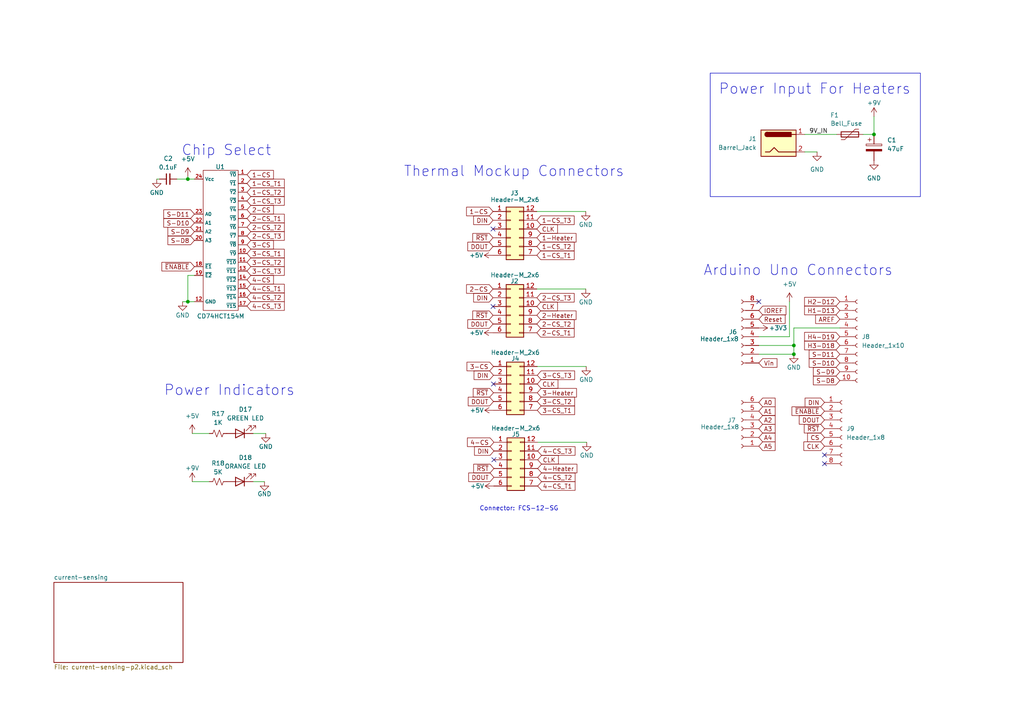
<source format=kicad_sch>
(kicad_sch (version 20230121) (generator eeschema)
  (paper "A4")
  (lib_symbols
    (symbol "Connector:Barrel_Jack" (pin_names (offset 1.016))
      (property "Reference" "J" (at 0 5.334 0))
      (property "Value" "Barrel_Jack" (at 0 -5.08 0))
      (symbol "Barrel_Jack_0_1"
        (rectangle (start -5.08 3.81) (end 5.08 -3.81) (stroke (width 0.254)) (fill (type background)))
        (arc (start -3.302 3.175) (mid -3.9343 2.54) (end -3.302 1.905) (stroke (width 0.254)))
        (arc (start -3.302 3.175) (mid -3.9343 2.54) (end -3.302 1.905) (stroke (width 0.254)) (fill (type outline)))
        (polyline (pts (xy 5.08 2.54) (xy 3.81 2.54)) (stroke (width 0.254)))
        (polyline (pts (xy -3.81 -2.54) (xy -2.54 -2.54) (xy -1.27 -1.27) (xy 0 -2.54) (xy 2.54 -2.54) (xy 5.08 -2.54)) (stroke (width 0.254)))
        (rectangle (start 3.683 3.175) (end -3.302 1.905) (stroke (width 0.254)) (fill (type outline)))
      )
      (symbol "Barrel_Jack_1_1"
        (pin passive line (at 7.62 2.54 180) (length 2.54) (name "~") (number "1"))
        (pin passive line (at 7.62 -2.54 180) (length 2.54) (name "~") (number "2"))
      )
    )
    (symbol "Connector:Conn_01x06_Socket" (pin_names (offset 1.016) hide)
      (property "Reference" "J" (at 0 7.62 0))
      (property "Value" "Conn_01x06_Socket" (at 0 -10.16 0))
      (symbol "Conn_01x06_Socket_1_1"
        (arc (start 0 -7.112) (mid -0.5058 -7.62) (end 0 -8.128) (stroke (width 0.1524)))
        (arc (start 0 -4.572) (mid -0.5058 -5.08) (end 0 -5.588) (stroke (width 0.1524)))
        (arc (start 0 -2.032) (mid -0.5058 -2.54) (end 0 -3.048) (stroke (width 0.1524)))
        (polyline (pts (xy -1.27 -7.62) (xy -0.508 -7.62)) (stroke (width 0.1524)))
        (polyline (pts (xy -1.27 -5.08) (xy -0.508 -5.08)) (stroke (width 0.1524)))
        (polyline (pts (xy -1.27 -2.54) (xy -0.508 -2.54)) (stroke (width 0.1524)))
        (polyline (pts (xy -1.27 0) (xy -0.508 0)) (stroke (width 0.1524)))
        (polyline (pts (xy -1.27 2.54) (xy -0.508 2.54)) (stroke (width 0.1524)))
        (polyline (pts (xy -1.27 5.08) (xy -0.508 5.08)) (stroke (width 0.1524)))
        (arc (start 0 0.508) (mid -0.5058 0) (end 0 -0.508) (stroke (width 0.1524)))
        (arc (start 0 3.048) (mid -0.5058 2.54) (end 0 2.032) (stroke (width 0.1524)))
        (arc (start 0 5.588) (mid -0.5058 5.08) (end 0 4.572) (stroke (width 0.1524)))
        (pin passive line (at -5.08 5.08 0) (length 3.81) (name "Pin_1") (number "1"))
        (pin passive line (at -5.08 2.54 0) (length 3.81) (name "Pin_2") (number "2"))
        (pin passive line (at -5.08 0 0) (length 3.81) (name "Pin_3") (number "3"))
        (pin passive line (at -5.08 -2.54 0) (length 3.81) (name "Pin_4") (number "4"))
        (pin passive line (at -5.08 -5.08 0) (length 3.81) (name "Pin_5") (number "5"))
        (pin passive line (at -5.08 -7.62 0) (length 3.81) (name "Pin_6") (number "6"))
      )
    )
    (symbol "Connector:Conn_01x08_Socket" (pin_names (offset 1.016) hide)
      (property "Reference" "J" (at 0 10.16 0))
      (property "Value" "Conn_01x08_Socket" (at 0 -12.7 0))
      (symbol "Conn_01x08_Socket_1_1"
        (arc (start 0 -9.652) (mid -0.5058 -10.16) (end 0 -10.668) (stroke (width 0.1524)))
        (arc (start 0 -7.112) (mid -0.5058 -7.62) (end 0 -8.128) (stroke (width 0.1524)))
        (arc (start 0 -4.572) (mid -0.5058 -5.08) (end 0 -5.588) (stroke (width 0.1524)))
        (arc (start 0 -2.032) (mid -0.5058 -2.54) (end 0 -3.048) (stroke (width 0.1524)))
        (polyline (pts (xy -1.27 -10.16) (xy -0.508 -10.16)) (stroke (width 0.1524)))
        (polyline (pts (xy -1.27 -7.62) (xy -0.508 -7.62)) (stroke (width 0.1524)))
        (polyline (pts (xy -1.27 -5.08) (xy -0.508 -5.08)) (stroke (width 0.1524)))
        (polyline (pts (xy -1.27 -2.54) (xy -0.508 -2.54)) (stroke (width 0.1524)))
        (polyline (pts (xy -1.27 0) (xy -0.508 0)) (stroke (width 0.1524)))
        (polyline (pts (xy -1.27 2.54) (xy -0.508 2.54)) (stroke (width 0.1524)))
        (polyline (pts (xy -1.27 5.08) (xy -0.508 5.08)) (stroke (width 0.1524)))
        (polyline (pts (xy -1.27 7.62) (xy -0.508 7.62)) (stroke (width 0.1524)))
        (arc (start 0 0.508) (mid -0.5058 0) (end 0 -0.508) (stroke (width 0.1524)))
        (arc (start 0 3.048) (mid -0.5058 2.54) (end 0 2.032) (stroke (width 0.1524)))
        (arc (start 0 5.588) (mid -0.5058 5.08) (end 0 4.572) (stroke (width 0.1524)))
        (arc (start 0 8.128) (mid -0.5058 7.62) (end 0 7.112) (stroke (width 0.1524)))
        (pin passive line (at -5.08 7.62 0) (length 3.81) (name "Pin_1") (number "1"))
        (pin passive line (at -5.08 5.08 0) (length 3.81) (name "Pin_2") (number "2"))
        (pin passive line (at -5.08 2.54 0) (length 3.81) (name "Pin_3") (number "3"))
        (pin passive line (at -5.08 0 0) (length 3.81) (name "Pin_4") (number "4"))
        (pin passive line (at -5.08 -2.54 0) (length 3.81) (name "Pin_5") (number "5"))
        (pin passive line (at -5.08 -5.08 0) (length 3.81) (name "Pin_6") (number "6"))
        (pin passive line (at -5.08 -7.62 0) (length 3.81) (name "Pin_7") (number "7"))
        (pin passive line (at -5.08 -10.16 0) (length 3.81) (name "Pin_8") (number "8"))
      )
    )
    (symbol "Connector:Conn_01x10_Socket" (pin_names (offset 1.016) hide)
      (property "Reference" "J" (at 0 12.7 0))
      (property "Value" "Conn_01x10_Socket" (at 0 -15.24 0))
      (symbol "Conn_01x10_Socket_1_1"
        (arc (start 0 -12.192) (mid -0.5058 -12.7) (end 0 -13.208) (stroke (width 0.1524)))
        (arc (start 0 -9.652) (mid -0.5058 -10.16) (end 0 -10.668) (stroke (width 0.1524)))
        (arc (start 0 -7.112) (mid -0.5058 -7.62) (end 0 -8.128) (stroke (width 0.1524)))
        (arc (start 0 -4.572) (mid -0.5058 -5.08) (end 0 -5.588) (stroke (width 0.1524)))
        (arc (start 0 -2.032) (mid -0.5058 -2.54) (end 0 -3.048) (stroke (width 0.1524)))
        (polyline (pts (xy -1.27 -12.7) (xy -0.508 -12.7)) (stroke (width 0.1524)))
        (polyline (pts (xy -1.27 -10.16) (xy -0.508 -10.16)) (stroke (width 0.1524)))
        (polyline (pts (xy -1.27 -7.62) (xy -0.508 -7.62)) (stroke (width 0.1524)))
        (polyline (pts (xy -1.27 -5.08) (xy -0.508 -5.08)) (stroke (width 0.1524)))
        (polyline (pts (xy -1.27 -2.54) (xy -0.508 -2.54)) (stroke (width 0.1524)))
        (polyline (pts (xy -1.27 0) (xy -0.508 0)) (stroke (width 0.1524)))
        (polyline (pts (xy -1.27 2.54) (xy -0.508 2.54)) (stroke (width 0.1524)))
        (polyline (pts (xy -1.27 5.08) (xy -0.508 5.08)) (stroke (width 0.1524)))
        (polyline (pts (xy -1.27 7.62) (xy -0.508 7.62)) (stroke (width 0.1524)))
        (polyline (pts (xy -1.27 10.16) (xy -0.508 10.16)) (stroke (width 0.1524)))
        (arc (start 0 0.508) (mid -0.5058 0) (end 0 -0.508) (stroke (width 0.1524)))
        (arc (start 0 3.048) (mid -0.5058 2.54) (end 0 2.032) (stroke (width 0.1524)))
        (arc (start 0 5.588) (mid -0.5058 5.08) (end 0 4.572) (stroke (width 0.1524)))
        (arc (start 0 8.128) (mid -0.5058 7.62) (end 0 7.112) (stroke (width 0.1524)))
        (arc (start 0 10.668) (mid -0.5058 10.16) (end 0 9.652) (stroke (width 0.1524)))
        (pin passive line (at -5.08 10.16 0) (length 3.81) (name "Pin_1") (number "1"))
        (pin passive line (at -5.08 -12.7 0) (length 3.81) (name "Pin_10") (number "10"))
        (pin passive line (at -5.08 7.62 0) (length 3.81) (name "Pin_2") (number "2"))
        (pin passive line (at -5.08 5.08 0) (length 3.81) (name "Pin_3") (number "3"))
        (pin passive line (at -5.08 2.54 0) (length 3.81) (name "Pin_4") (number "4"))
        (pin passive line (at -5.08 0 0) (length 3.81) (name "Pin_5") (number "5"))
        (pin passive line (at -5.08 -2.54 0) (length 3.81) (name "Pin_6") (number "6"))
        (pin passive line (at -5.08 -5.08 0) (length 3.81) (name "Pin_7") (number "7"))
        (pin passive line (at -5.08 -7.62 0) (length 3.81) (name "Pin_8") (number "8"))
        (pin passive line (at -5.08 -10.16 0) (length 3.81) (name "Pin_9") (number "9"))
      )
    )
    (symbol "Connector_Generic:Conn_02x06_Counter_Clockwise" (pin_names (offset 1.016) hide)
      (property "Reference" "J" (at 1.27 7.62 0))
      (property "Value" "Conn_02x06_Counter_Clockwise" (at 1.27 -10.16 0))
      (symbol "Conn_02x06_Counter_Clockwise_1_1"
        (rectangle (start -1.27 -7.493) (end 0 -7.747) (stroke (width 0.1524)))
        (rectangle (start -1.27 -4.953) (end 0 -5.207) (stroke (width 0.1524)))
        (rectangle (start -1.27 -2.413) (end 0 -2.667) (stroke (width 0.1524)))
        (rectangle (start -1.27 0.127) (end 0 -0.127) (stroke (width 0.1524)))
        (rectangle (start -1.27 2.667) (end 0 2.413) (stroke (width 0.1524)))
        (rectangle (start -1.27 5.207) (end 0 4.953) (stroke (width 0.1524)))
        (rectangle (start -1.27 6.35) (end 3.81 -8.89) (stroke (width 0.254)) (fill (type background)))
        (rectangle (start 3.81 -7.493) (end 2.54 -7.747) (stroke (width 0.1524)))
        (rectangle (start 3.81 -4.953) (end 2.54 -5.207) (stroke (width 0.1524)))
        (rectangle (start 3.81 -2.413) (end 2.54 -2.667) (stroke (width 0.1524)))
        (rectangle (start 3.81 0.127) (end 2.54 -0.127) (stroke (width 0.1524)))
        (rectangle (start 3.81 2.667) (end 2.54 2.413) (stroke (width 0.1524)))
        (rectangle (start 3.81 5.207) (end 2.54 4.953) (stroke (width 0.1524)))
        (pin passive line (at -5.08 5.08 0) (length 3.81) (name "Pin_1") (number "1"))
        (pin passive line (at 7.62 0 180) (length 3.81) (name "Pin_10") (number "10"))
        (pin passive line (at 7.62 2.54 180) (length 3.81) (name "Pin_11") (number "11"))
        (pin passive line (at 7.62 5.08 180) (length 3.81) (name "Pin_12") (number "12"))
        (pin passive line (at -5.08 2.54 0) (length 3.81) (name "Pin_2") (number "2"))
        (pin passive line (at -5.08 0 0) (length 3.81) (name "Pin_3") (number "3"))
        (pin passive line (at -5.08 -2.54 0) (length 3.81) (name "Pin_4") (number "4"))
        (pin passive line (at -5.08 -5.08 0) (length 3.81) (name "Pin_5") (number "5"))
        (pin passive line (at -5.08 -7.62 0) (length 3.81) (name "Pin_6") (number "6"))
        (pin passive line (at 7.62 -7.62 180) (length 3.81) (name "Pin_7") (number "7"))
        (pin passive line (at 7.62 -5.08 180) (length 3.81) (name "Pin_8") (number "8"))
        (pin passive line (at 7.62 -2.54 180) (length 3.81) (name "Pin_9") (number "9"))
      )
    )
    (symbol "Device:CD74HCT154M"
      (property "Reference" "U" (at 0 21.59 0))
      (symbol "CD74HCT154M_0_1"
        (rectangle (start -5.08 20.32) (end 5.08 -20.32))
      )
      (symbol "CD74HCT154M_1_1"
        (pin input line (at 7.62 19.05 180) (length 2.54) (name "~{Y0}") (number "1"))
        (pin input line (at 7.62 -3.81 180) (length 2.54) (name "~{Y9}") (number "10"))
        (pin input line (at 7.62 -6.35 180) (length 2.54) (name "~{Y10}") (number "11"))
        (pin input line (at -7.62 -17.78 0) (length 2.54) (name "GND") (number "12"))
        (pin input line (at 7.62 -8.89 180) (length 2.54) (name "~{Y11}") (number "13"))
        (pin input line (at 7.62 -11.43 180) (length 2.54) (name "~{Y12}") (number "14"))
        (pin input line (at 7.62 -13.97 180) (length 2.54) (name "~{Y13}") (number "15"))
        (pin input line (at 7.62 -16.51 180) (length 2.54) (name "~{Y14}") (number "16"))
        (pin input line (at 7.62 -19.05 180) (length 2.54) (name "~{Y15}") (number "17"))
        (pin input line (at -7.62 -7.62 0) (length 2.54) (name "~{E1}") (number "18"))
        (pin input line (at -7.62 -10.16 0) (length 2.54) (name "~{E2}") (number "19"))
        (pin input line (at 7.62 16.51 180) (length 2.54) (name "~{Y1}") (number "2"))
        (pin input line (at -7.62 0 0) (length 2.54) (name "A3") (number "20"))
        (pin input line (at -7.62 2.54 0) (length 2.54) (name "A2") (number "21"))
        (pin input line (at -7.62 5.08 0) (length 2.54) (name "A1") (number "22"))
        (pin input line (at -7.62 7.62 0) (length 2.54) (name "A0") (number "23"))
        (pin input line (at -7.62 17.78 0) (length 2.54) (name "Vcc") (number "24"))
        (pin input line (at 7.62 13.97 180) (length 2.54) (name "~{Y2}") (number "3"))
        (pin input line (at 7.62 11.43 180) (length 2.54) (name "~{Y3}") (number "4"))
        (pin input line (at 7.62 8.89 180) (length 2.54) (name "~{Y4}") (number "5"))
        (pin input line (at 7.62 6.35 180) (length 2.54) (name "~{Y5}") (number "6"))
        (pin input line (at 7.62 3.81 180) (length 2.54) (name "~{Y6}") (number "7"))
        (pin input line (at 7.62 1.27 180) (length 2.54) (name "~{Y7}") (number "8"))
        (pin input line (at 7.62 -1.27 180) (length 2.54) (name "~{Y8}") (number "9"))
      )
    )
    (symbol "Device:C_Polarized" (pin_numbers hide) (pin_names (offset 0.254))
      (property "Reference" "C" (at 0.635 2.54 0))
      (property "Value" "C_Polarized" (at 0.635 -2.54 0))
      (symbol "C_Polarized_0_1"
        (rectangle (start -2.286 0.508) (end 2.286 1.016))
        (polyline (pts (xy -1.778 2.286) (xy -0.762 2.286)))
        (polyline (pts (xy -1.27 2.794) (xy -1.27 1.778)))
        (rectangle (start 2.286 -0.508) (end -2.286 -1.016) (fill (type outline)))
      )
      (symbol "C_Polarized_1_1"
        (pin passive line (at 0 3.81 270) (length 2.794) (name "~") (number "1"))
        (pin passive line (at 0 -3.81 90) (length 2.794) (name "~") (number "2"))
      )
    )
    (symbol "Device:C_Small" (pin_numbers hide) (pin_names (offset 0.254) hide)
      (property "Reference" "C" (at 0.254 1.778 0))
      (property "Value" "C_Small" (at 0.254 -2.032 0))
      (symbol "C_Small_0_1"
        (polyline (pts (xy -1.524 -0.508) (xy 1.524 -0.508)) (stroke (width 0.3302)))
        (polyline (pts (xy -1.524 0.508) (xy 1.524 0.508)) (stroke (width 0.3048)))
      )
      (symbol "C_Small_1_1"
        (pin passive line (at 0 2.54 270) (length 2.032) (name "~") (number "1"))
        (pin passive line (at 0 -2.54 90) (length 2.032) (name "~") (number "2"))
      )
    )
    (symbol "Device:LED" (pin_numbers hide) (pin_names (offset 1.016) hide)
      (property "Reference" "D" (at 0 2.54 0))
      (property "Value" "LED" (at 0 -2.54 0))
      (symbol "LED_0_1"
        (polyline (pts (xy -1.27 -1.27) (xy -1.27 1.27)) (stroke (width 0.254)))
        (polyline (pts (xy -1.27 0) (xy 1.27 0)))
        (polyline (pts (xy 1.27 -1.27) (xy 1.27 1.27) (xy -1.27 0) (xy 1.27 -1.27)) (stroke (width 0.254)))
        (polyline (pts (xy -3.048 -0.762) (xy -4.572 -2.286) (xy -3.81 -2.286) (xy -4.572 -2.286) (xy -4.572 -1.524)))
        (polyline (pts (xy -1.778 -0.762) (xy -3.302 -2.286) (xy -2.54 -2.286) (xy -3.302 -2.286) (xy -3.302 -1.524)))
      )
      (symbol "LED_1_1"
        (pin passive line (at -3.81 0 0) (length 2.54) (name "K") (number "1"))
        (pin passive line (at 3.81 0 180) (length 2.54) (name "A") (number "2"))
      )
    )
    (symbol "Device:Polyfuse" (pin_numbers hide) (pin_names (offset 0))
      (property "Reference" "F" (at -2.54 0 90))
      (property "Value" "Polyfuse" (at 2.54 0 90))
      (symbol "Polyfuse_0_1"
        (rectangle (start -0.762 2.54) (end 0.762 -2.54) (stroke (width 0.254)))
        (polyline (pts (xy 0 2.54) (xy 0 -2.54)))
        (polyline (pts (xy -1.524 2.54) (xy -1.524 1.524) (xy 1.524 -1.524) (xy 1.524 -2.54)))
      )
      (symbol "Polyfuse_1_1"
        (pin passive line (at 0 3.81 270) (length 1.27) (name "~") (number "1"))
        (pin passive line (at 0 -3.81 90) (length 1.27) (name "~") (number "2"))
      )
    )
    (symbol "Device:R_Small_US" (pin_numbers hide) (pin_names (offset 0.254) hide)
      (property "Reference" "R" (at 0.762 0.508 0))
      (property "Value" "R_Small_US" (at 0.762 -1.016 0))
      (symbol "R_Small_US_1_1"
        (polyline (pts (xy 0 0) (xy 1.016 -0.381) (xy 0 -0.762) (xy -1.016 -1.143) (xy 0 -1.524)))
        (polyline (pts (xy 0 1.524) (xy 1.016 1.143) (xy 0 0.762) (xy -1.016 0.381) (xy 0 0)))
        (pin passive line (at 0 2.54 270) (length 1.016) (name "~") (number "1"))
        (pin passive line (at 0 -2.54 90) (length 1.016) (name "~") (number "2"))
      )
    )
    (symbol "power:+3V3" (power) (pin_names (offset 0))
      (property "Value" "+3V3" (at 0 3.556 0))
      (symbol "+3V3_0_1"
        (polyline (pts (xy -0.762 1.27) (xy 0 2.54)))
        (polyline (pts (xy 0 0) (xy 0 2.54)))
        (polyline (pts (xy 0 2.54) (xy 0.762 1.27)))
      )
      (symbol "+3V3_1_1"
        (pin power_in line (at 0 0 90) (length 0) hide (name "+3V3") (number "1"))
      )
    )
    (symbol "power:+5V" (power) (pin_names (offset 0))
      (property "Value" "+5V" (at 0 3.556 0))
      (symbol "+5V_0_1"
        (polyline (pts (xy -0.762 1.27) (xy 0 2.54)))
        (polyline (pts (xy 0 0) (xy 0 2.54)))
        (polyline (pts (xy 0 2.54) (xy 0.762 1.27)))
      )
      (symbol "+5V_1_1"
        (pin power_in line (at 0 0 90) (length 0) hide (name "+5V") (number "1"))
      )
    )
    (symbol "power:+9V" (power) (pin_names (offset 0))
      (property "Value" "+9V" (at 0 3.556 0))
      (symbol "+9V_0_1"
        (polyline (pts (xy -0.762 1.27) (xy 0 2.54)))
        (polyline (pts (xy 0 0) (xy 0 2.54)))
        (polyline (pts (xy 0 2.54) (xy 0.762 1.27)))
      )
      (symbol "+9V_1_1"
        (pin power_in line (at 0 0 90) (length 0) hide (name "+9V") (number "1"))
      )
    )
    (symbol "power:GND" (power) (pin_names (offset 0))
      (property "Value" "GND" (at 0 -3.81 0))
      (symbol "GND_0_1"
        (polyline (pts (xy 0 0) (xy 0 -1.27) (xy 1.27 -1.27) (xy 0 -2.54) (xy -1.27 -1.27) (xy 0 -1.27)))
      )
      (symbol "GND_1_1"
        (pin power_in line (at 0 0 270) (length 0) hide (name "GND") (number "1"))
      )
    )
  )
  (junction (at 253.492 38.989))
  (junction (at 230.251 100.203))
  (junction (at 54.483 87.503))
  (junction (at 230.251 102.743))
  (junction (at 54.483 51.943))
  (no_connect (at 220.091 87.503))
  (no_connect (at 143.002 66.421))
  (no_connect (at 143.129 111.379))
  (no_connect (at 239.141 134.493))
  (no_connect (at 143.256 133.35))
  (no_connect (at 143.002 88.9))
  (no_connect (at 239.141 131.953))
  (wire (pts (xy 46.228 51.943) (xy 45.466 51.943)))
  (wire (pts (xy 76.708 139.7) (xy 73.406 139.7)))
  (wire (pts (xy 54.483 79.883) (xy 56.388 79.883)))
  (wire (pts (xy 169.9006 83.82) (xy 155.702 83.82)))
  (wire (pts (xy 233.426 44.069) (xy 236.982 44.069)))
  (wire (pts (xy 220.091 97.663) (xy 228.981 97.663)))
  (wire (pts (xy 55.753 125.73) (xy 60.706 125.73)))
  (wire (pts (xy 228.981 87.503) (xy 228.981 97.663)))
  (wire (pts (xy 77.089 125.73) (xy 73.406 125.73)))
  (wire (pts (xy 220.091 100.203) (xy 230.251 100.203)))
  (wire (pts (xy 169.9006 61.341) (xy 155.702 61.341)))
  (wire (pts (xy 54.483 51.943) (xy 56.388 51.943)))
  (wire (pts (xy 52.959 87.503) (xy 54.483 87.503)))
  (wire (pts (xy 220.091 102.743) (xy 230.251 102.743)))
  (wire (pts (xy 233.426 38.989) (xy 242.697 38.989)))
  (wire (pts (xy 54.483 79.883) (xy 54.483 87.503)))
  (wire (pts (xy 170.0276 106.299) (xy 155.829 106.299)))
  (wire (pts (xy 230.251 102.743) (xy 230.251 100.203)))
  (wire (pts (xy 155.956 128.27) (xy 170.18 128.27)))
  (wire (pts (xy 51.308 51.943) (xy 54.483 51.943)))
  (wire (pts (xy 54.483 87.503) (xy 56.388 87.503)))
  (wire (pts (xy 54.483 51.181) (xy 54.483 51.943)))
  (wire (pts (xy 250.317 38.989) (xy 253.492 38.989)))
  (wire (pts (xy 230.251 100.203) (xy 230.251 95.123)))
  (wire (pts (xy 230.251 95.123) (xy 243.586 95.123)))
  (wire (pts (xy 253.492 33.782) (xy 253.492 38.989)))
  (wire (pts (xy 55.753 139.7) (xy 60.706 139.7)))
  (rectangle (start 205.994 21.209) (end 266.954 57.023))
  (text "Power Input For Heaters" (at 208.407 27.686 0) (effects (font (size 3 3)) (justify left bottom)))
  (text "Power Indicators" (at 47.498 115.062 0) (effects (font (size 3 3)) (justify left bottom)))
  (text "Thermal Mockup Connectors" (at 181.102 51.562 0) (effects (font (size 3 3)) (justify right bottom)))
  (text "Chip Select" (at 52.578 45.466 0) (effects (font (size 3 3)) (justify left bottom)))
  (text "Arduino Uno Connectors" (at 203.962 80.264 0) (effects (font (size 3 3)) (justify left bottom)))
  (text "Connector: FCS-12-SG" (at 139.065 148.336 0) (effects (font (size 1.27 1.27)) (justify left bottom)))
  (label "9V_IN" (at 234.696 38.989 0))
  (global_label "DIN" (shape input) (at 143.002 86.36 180) (property "Intersheetrefs" "${INTERSHEET_REFS}" (effects hide)))
  (global_label "A0" (shape input) (at 220.091 116.713 0) (property "Intersheetrefs" "${INTERSHEET_REFS}" (effects hide)))
  (global_label "S-D9" (shape input) (at 243.586 107.823 180) (property "Intersheetrefs" "${INTERSHEET_REFS}" (effects hide)))
  (global_label "H3-D18" (shape input) (at 243.586 100.203 180) (property "Intersheetrefs" "${INTERSHEET_REFS}" (effects hide)))
  (global_label "CLK" (shape input) (at 155.702 88.9 0) (property "Intersheetrefs" "${INTERSHEET_REFS}" (effects hide)))
  (global_label "2-CS_T2" (shape input) (at 155.702 93.98 0) (property "Intersheetrefs" "${INTERSHEET_REFS}" (effects hide)))
  (global_label "CLK" (shape input) (at 155.702 66.421 0) (property "Intersheetrefs" "${INTERSHEET_REFS}" (effects hide)))
  (global_label "3-CS_T2" (shape input) (at 155.829 116.459 0) (property "Intersheetrefs" "${INTERSHEET_REFS}" (effects hide)))
  (global_label "DOUT" (shape input) (at 143.256 138.43 180) (property "Intersheetrefs" "${INTERSHEET_REFS}" (effects hide)))
  (global_label "4-CS" (shape input) (at 71.628 81.153 0) (property "Intersheetrefs" "${INTERSHEET_REFS}" (effects hide)))
  (global_label "1-CS_T1" (shape input) (at 155.702 74.041 0) (property "Intersheetrefs" "${INTERSHEET_REFS}" (effects hide)))
  (global_label "DOUT" (shape input) (at 143.129 116.459 180) (property "Intersheetrefs" "${INTERSHEET_REFS}" (effects hide)))
  (global_label "Reset" (shape input) (at 220.091 92.583 0) (property "Intersheetrefs" "${INTERSHEET_REFS}" (effects hide)))
  (global_label "A2" (shape input) (at 220.091 121.793 0) (property "Intersheetrefs" "${INTERSHEET_REFS}" (effects hide)))
  (global_label "CLK" (shape input) (at 155.829 111.379 0) (property "Intersheetrefs" "${INTERSHEET_REFS}" (effects hide)))
  (global_label "3-CS_T2" (shape input) (at 71.628 76.073 0) (property "Intersheetrefs" "${INTERSHEET_REFS}" (effects hide)))
  (global_label "A1" (shape input) (at 220.091 119.253 0) (property "Intersheetrefs" "${INTERSHEET_REFS}" (effects hide)))
  (global_label "DOUT" (shape input) (at 143.002 71.501 180) (property "Intersheetrefs" "${INTERSHEET_REFS}" (effects hide)))
  (global_label "~{ENABLE}" (shape input) (at 239.141 119.253 180) (property "Intersheetrefs" "${INTERSHEET_REFS}" (effects hide)))
  (global_label "S-D9" (shape input) (at 56.388 67.183 180) (property "Intersheetrefs" "${INTERSHEET_REFS}" (effects hide)))
  (global_label "S-D8" (shape input) (at 243.586 110.363 180) (property "Intersheetrefs" "${INTERSHEET_REFS}" (effects hide)))
  (global_label "DIN" (shape input) (at 143.256 130.81 180) (property "Intersheetrefs" "${INTERSHEET_REFS}" (effects hide)))
  (global_label "3-CS" (shape input) (at 143.129 106.299 180) (property "Intersheetrefs" "${INTERSHEET_REFS}" (effects hide)))
  (global_label "2-Heater" (shape input) (at 155.702 91.44 0) (property "Intersheetrefs" "${INTERSHEET_REFS}" (effects hide)))
  (global_label "1-CS_T3" (shape input) (at 71.628 58.293 0) (property "Intersheetrefs" "${INTERSHEET_REFS}" (effects hide)))
  (global_label "1-CS" (shape input) (at 71.628 50.673 0) (property "Intersheetrefs" "${INTERSHEET_REFS}" (effects hide)))
  (global_label "A4" (shape input) (at 220.091 126.873 0) (property "Intersheetrefs" "${INTERSHEET_REFS}" (effects hide)))
  (global_label "1-Heater" (shape input) (at 155.702 68.961 0) (property "Intersheetrefs" "${INTERSHEET_REFS}" (effects hide)))
  (global_label "1-CS_T1" (shape input) (at 71.628 53.213 0) (property "Intersheetrefs" "${INTERSHEET_REFS}" (effects hide)))
  (global_label "4-CS_T2" (shape input) (at 71.628 86.233 0) (property "Intersheetrefs" "${INTERSHEET_REFS}" (effects hide)))
  (global_label "4-Heater" (shape input) (at 155.956 135.89 0) (property "Intersheetrefs" "${INTERSHEET_REFS}" (effects hide)))
  (global_label "~{RST}" (shape input) (at 143.002 68.961 180) (property "Intersheetrefs" "${INTERSHEET_REFS}" (effects hide)))
  (global_label "4-CS_T1" (shape input) (at 71.628 83.693 0) (property "Intersheetrefs" "${INTERSHEET_REFS}" (effects hide)))
  (global_label "A3" (shape input) (at 220.091 124.333 0) (property "Intersheetrefs" "${INTERSHEET_REFS}" (effects hide)))
  (global_label "DIN" (shape input) (at 143.129 108.839 180) (property "Intersheetrefs" "${INTERSHEET_REFS}" (effects hide)))
  (global_label "H2-D12" (shape input) (at 243.586 87.503 180) (property "Intersheetrefs" "${INTERSHEET_REFS}" (effects hide)))
  (global_label "S-D8" (shape input) (at 56.388 69.723 180) (property "Intersheetrefs" "${INTERSHEET_REFS}" (effects hide)))
  (global_label "S-D10" (shape input) (at 243.586 105.283 180) (property "Intersheetrefs" "${INTERSHEET_REFS}" (effects hide)))
  (global_label "2-CS_T3" (shape input) (at 71.628 68.453 0) (property "Intersheetrefs" "${INTERSHEET_REFS}" (effects hide)))
  (global_label "~{RST}" (shape input) (at 143.129 113.919 180) (property "Intersheetrefs" "${INTERSHEET_REFS}" (effects hide)))
  (global_label "2-CS_T3" (shape input) (at 155.702 86.36 0) (property "Intersheetrefs" "${INTERSHEET_REFS}" (effects hide)))
  (global_label "A5" (shape input) (at 220.091 129.413 0) (property "Intersheetrefs" "${INTERSHEET_REFS}" (effects hide)))
  (global_label "S-D11" (shape input) (at 56.388 62.103 180) (property "Intersheetrefs" "${INTERSHEET_REFS}" (effects hide)))
  (global_label "2-CS_T1" (shape input) (at 71.628 63.373 0) (property "Intersheetrefs" "${INTERSHEET_REFS}" (effects hide)))
  (global_label "~{RST}" (shape input) (at 239.141 124.333 180) (property "Intersheetrefs" "${INTERSHEET_REFS}" (effects hide)))
  (global_label "DOUT" (shape input) (at 239.141 121.793 180) (property "Intersheetrefs" "${INTERSHEET_REFS}" (effects hide)))
  (global_label "3-CS_T1" (shape input) (at 155.829 118.999 0) (property "Intersheetrefs" "${INTERSHEET_REFS}" (effects hide)))
  (global_label "CS" (shape input) (at 239.141 126.873 180) (property "Intersheetrefs" "${INTERSHEET_REFS}" (effects hide)))
  (global_label "3-CS_T1" (shape input) (at 71.628 73.533 0) (property "Intersheetrefs" "${INTERSHEET_REFS}" (effects hide)))
  (global_label "1-CS_T3" (shape input) (at 155.702 63.881 0) (property "Intersheetrefs" "${INTERSHEET_REFS}" (effects hide)))
  (global_label "Vin" (shape input) (at 220.091 105.283 0) (property "Intersheetrefs" "${INTERSHEET_REFS}" (effects hide)))
  (global_label "H1-D13" (shape input) (at 243.586 90.043 180) (property "Intersheetrefs" "${INTERSHEET_REFS}" (effects hide)))
  (global_label "CLK" (shape input) (at 239.141 129.413 180) (property "Intersheetrefs" "${INTERSHEET_REFS}" (effects hide)))
  (global_label "3-CS_T3" (shape input) (at 71.628 78.613 0) (property "Intersheetrefs" "${INTERSHEET_REFS}" (effects hide)))
  (global_label "DIN" (shape input) (at 143.002 63.881 180) (property "Intersheetrefs" "${INTERSHEET_REFS}" (effects hide)))
  (global_label "H4-D19" (shape input) (at 243.586 97.663 180) (property "Intersheetrefs" "${INTERSHEET_REFS}" (effects hide)))
  (global_label "4-CS" (shape input) (at 143.256 128.27 180) (property "Intersheetrefs" "${INTERSHEET_REFS}" (effects hide)))
  (global_label "4-CS_T3" (shape input) (at 155.956 130.81 0) (property "Intersheetrefs" "${INTERSHEET_REFS}" (effects hide)))
  (global_label "4-CS_T2" (shape input) (at 155.956 138.43 0) (property "Intersheetrefs" "${INTERSHEET_REFS}" (effects hide)))
  (global_label "3-CS_T3" (shape input) (at 155.829 108.839 0) (property "Intersheetrefs" "${INTERSHEET_REFS}" (effects hide)))
  (global_label "1-CS_T2" (shape input) (at 155.702 71.501 0) (property "Intersheetrefs" "${INTERSHEET_REFS}" (effects hide)))
  (global_label "S-D11" (shape input) (at 243.586 102.743 180) (property "Intersheetrefs" "${INTERSHEET_REFS}" (effects hide)))
  (global_label "2-CS_T1" (shape input) (at 155.702 96.52 0) (property "Intersheetrefs" "${INTERSHEET_REFS}" (effects hide)))
  (global_label "4-CS_T1" (shape input) (at 155.956 140.97 0) (property "Intersheetrefs" "${INTERSHEET_REFS}" (effects hide)))
  (global_label "CLK" (shape input) (at 155.956 133.35 0) (property "Intersheetrefs" "${INTERSHEET_REFS}" (effects hide)))
  (global_label "2-CS" (shape input) (at 71.628 60.833 0) (property "Intersheetrefs" "${INTERSHEET_REFS}" (effects hide)))
  (global_label "~{RST}" (shape input) (at 143.256 135.89 180) (property "Intersheetrefs" "${INTERSHEET_REFS}" (effects hide)))
  (global_label "S-D10" (shape input) (at 56.388 64.643 180) (property "Intersheetrefs" "${INTERSHEET_REFS}" (effects hide)))
  (global_label "DIN" (shape input) (at 239.141 116.713 180) (property "Intersheetrefs" "${INTERSHEET_REFS}" (effects hide)))
  (global_label "1-CS" (shape input) (at 143.002 61.341 180) (property "Intersheetrefs" "${INTERSHEET_REFS}" (effects hide)))
  (global_label "~{ENABLE}" (shape input) (at 56.388 77.343 180) (property "Intersheetrefs" "${INTERSHEET_REFS}" (effects hide)))
  (global_label "2-CS" (shape input) (at 143.002 83.82 180) (property "Intersheetrefs" "${INTERSHEET_REFS}" (effects hide)))
  (global_label "AREF" (shape input) (at 243.586 92.583 180) (property "Intersheetrefs" "${INTERSHEET_REFS}" (effects hide)))
  (global_label "1-CS_T2" (shape input) (at 71.628 55.753 0) (property "Intersheetrefs" "${INTERSHEET_REFS}" (effects hide)))
  (global_label "2-CS_T2" (shape input) (at 71.628 65.913 0) (property "Intersheetrefs" "${INTERSHEET_REFS}" (effects hide)))
  (global_label "DOUT" (shape input) (at 143.002 93.98 180) (property "Intersheetrefs" "${INTERSHEET_REFS}" (effects hide)))
  (global_label "4-CS_T3" (shape input) (at 71.628 88.773 0) (property "Intersheetrefs" "${INTERSHEET_REFS}" (effects hide)))
  (global_label "IOREF" (shape input) (at 220.091 90.043 0) (property "Intersheetrefs" "${INTERSHEET_REFS}" (effects hide)))
  (global_label "3-Heater" (shape input) (at 155.829 113.919 0) (property "Intersheetrefs" "${INTERSHEET_REFS}" (effects hide)))
  (global_label "3-CS" (shape input) (at 71.628 70.993 0) (property "Intersheetrefs" "${INTERSHEET_REFS}" (effects hide)))
  (global_label "~{RST}" (shape input) (at 143.002 91.44 180) (property "Intersheetrefs" "${INTERSHEET_REFS}" (effects hide)))
  (symbol (lib_id "Connector:Conn_01x10_Socket") (at 248.666 97.663 0) (unit 1)
    (property "Reference" "J8" (at 249.936 97.663 0) (effects (justify left)))
    (property "Value" "Header_1x10" (at 249.936 100.203 0) (effects (justify left)))
    (property "Footprint" "Connector_PinHeader_2.54mm:PinHeader_1x10_P2.54mm_Vertical" (effects hide))
    (property "Datasheet" "https://suddendocs.samtec.com/prints/esq-1xx-xx-x-x-xxx-xx-x-xx-mkt.pdf" (effects hide))
    (property "PartNum" "ESQ-110-14-T-S" (effects hide))
  )
  (symbol (lib_id "power:GND") (at 76.708 139.7 0) (unit 1)
    (property "Reference" "#PWR065" (effects hide))
    (property "Value" "GND" (at 76.708 143.256 0))
  )
  (symbol (lib_id "Device:R_Small_US") (at 63.246 139.7 90) (unit 1)
    (property "Reference" "R18" (at 63.246 134.366 90))
    (property "Value" "5K" (at 63.246 136.906 90))
    (property "Footprint" "Resistor_SMD:R_0805_2012Metric" (effects hide))
  )
  (symbol (lib_id "Connector_Generic:Conn_02x06_Counter_Clockwise") (at 148.209 111.379 0) (unit 1)
    (property "Reference" "J4" (at 149.479 104.013 0))
    (property "Value" "Header-M_2x6" (at 149.479 102.235 0))
    (property "Footprint" "Connector_PinHeader_2.54mm:PinHeader_2x06_P2.54mm_Vertical_SMD" (effects hide))
    (property "PartNum" "5-146130-5" (effects hide))
  )
  (symbol (lib_id "Connector:Barrel_Jack") (at 225.806 41.529 0) (unit 1)
    (property "Reference" "J1" (at 219.456 40.259 0) (effects (justify right)))
    (property "Value" "Barrel_Jack" (at 219.456 42.799 0) (effects (justify right)))
    (property "Footprint" "Connector_BarrelJack:BarrelJack_CUI_PJ-063AH_Horizontal" (effects hide))
    (property "Datasheet" "https://www.cuidevices.com/product/resource/pj-063ah.pdf" (effects hide))
    (property "PartNum" "PJ-063AH" (effects hide))
  )
  (symbol (lib_id "power:+9V") (at 253.492 33.782 0) (unit 1)
    (property "Reference" "#PWR02" (effects hide))
    (property "Value" "+9V" (at 253.492 29.845 0))
  )
  (symbol (lib_id "Connector_Generic:Conn_02x06_Counter_Clockwise") (at 148.336 133.35 0) (unit 1)
    (property "Reference" "J5" (at 149.606 125.984 0))
    (property "Value" "Header-M_2x6" (at 149.606 124.206 0))
    (property "Footprint" "Connector_PinHeader_2.54mm:PinHeader_2x06_P2.54mm_Vertical_SMD" (effects hide))
    (property "PartNum" "5-146130-5" (effects hide))
  )
  (symbol (lib_id "Device:LED") (at 69.596 139.7 180) (unit 1)
    (property "Reference" "D18" (at 71.1835 132.715 0))
    (property "Value" "ORANGE LED" (at 71.1835 135.255 0))
    (property "Footprint" "LED_SMD:LED_0603_1608Metric" (effects hide))
  )
  (symbol (lib_id "power:GND") (at 230.251 102.743 0) (unit 1)
    (property "Reference" "#PWR042" (effects hide))
    (property "Value" "GND" (at 230.251 106.553 0))
  )
  (symbol (lib_id "power:+5V") (at 143.256 140.97 90) (unit 1)
    (property "Reference" "#PWR045" (effects hide))
    (property "Value" "+5V" (at 140.462 140.97 90) (effects (justify left)))
  )
  (symbol (lib_id "power:GND") (at 253.492 46.609 0) (unit 1)
    (property "Reference" "#PWR03" (effects hide))
    (property "Value" "GND" (at 253.492 51.689 0))
  )
  (symbol (lib_id "Device:R_Small_US") (at 63.246 125.73 90) (unit 1)
    (property "Reference" "R17" (at 63.246 120.015 90))
    (property "Value" "1K" (at 63.246 122.555 90))
    (property "Footprint" "Resistor_SMD:R_0805_2012Metric" (effects hide))
  )
  (symbol (lib_id "power:GND") (at 236.982 44.069 0) (unit 1)
    (property "Reference" "#PWR01" (effects hide))
    (property "Value" "GND" (at 236.982 49.149 0))
  )
  (symbol (lib_id "power:+5V") (at 55.753 125.73 0) (unit 1)
    (property "Reference" "#PWR046" (effects hide))
    (property "Value" "+5V" (at 55.753 120.65 0))
  )
  (symbol (lib_id "power:+3V3") (at 220.091 95.123 270) (unit 1)
    (property "Reference" "#PWR039" (effects hide))
    (property "Value" "+3V3" (at 223.012 95.123 90) (effects (justify left)))
  )
  (symbol (lib_id "Connector_Generic:Conn_02x06_Counter_Clockwise") (at 148.082 66.421 0) (unit 1)
    (property "Reference" "J3" (at 149.225 56.007 0))
    (property "Value" "Header-M_2x6" (at 149.352 57.912 0))
    (property "Footprint" "Connector_PinHeader_2.54mm:PinHeader_2x06_P2.54mm_Vertical_SMD" (effects hide))
    (property "Datasheet" "https://www.digikey.com/en/products/detail/adam-tech/PH2-12-UA/9830397" (effects hide))
    (property "PartNum" "5-146130-5" (effects hide))
  )
  (symbol (lib_id "power:+5V") (at 143.129 118.999 90) (unit 1)
    (property "Reference" "#PWR044" (effects hide))
    (property "Value" "+5V" (at 140.335 118.999 90) (effects (justify left)))
  )
  (symbol (lib_id "power:+5V") (at 143.002 74.041 90) (unit 1)
    (property "Reference" "#PWR040" (effects hide))
    (property "Value" "+5V" (at 140.208 74.041 90) (effects (justify left)))
  )
  (symbol (lib_id "power:GND") (at 169.9006 61.341 0) (unit 1)
    (property "Reference" "#PWR08" (effects hide))
    (property "Value" "GND" (at 169.9006 65.151 0))
  )
  (symbol (lib_id "power:+9V") (at 55.753 139.7 0) (unit 1)
    (property "Reference" "#PWR063" (effects hide))
    (property "Value" "+9V" (at 55.753 135.763 0))
  )
  (symbol (lib_id "Connector_Generic:Conn_02x06_Counter_Clockwise") (at 148.082 88.9 0) (unit 1)
    (property "Reference" "J2" (at 149.225 81.534 0))
    (property "Value" "Header-M_2x6" (at 149.352 79.756 0))
    (property "Footprint" "Connector_PinHeader_2.54mm:PinHeader_2x06_P2.54mm_Vertical_SMD" (effects hide))
    (property "PartNum" "5-146130-5" (effects hide))
  )
  (symbol (lib_id "Connector:Conn_01x08_Socket") (at 215.011 97.663 180) (unit 1)
    (property "Reference" "J6" (at 212.598 96.266 0))
    (property "Value" "Header_1x8" (at 208.661 98.298 0))
    (property "Footprint" "Connector_PinHeader_2.54mm:PinHeader_1x08_P2.54mm_Vertical" (effects hide))
    (property "Datasheet" "https://suddendocs.samtec.com/prints/esq-1xx-xx-x-x-xxx-xx-x-xx-mkt.pdf" (effects hide))
    (property "PartNum" "ESQ-108-14-T-S" (effects hide))
  )
  (symbol (lib_id "power:+5V") (at 228.981 87.503 0) (unit 1)
    (property "Reference" "#PWR041" (effects hide))
    (property "Value" "+5V" (at 228.981 82.423 0))
  )
  (symbol (lib_id "Device:CD74HCT154M") (at 64.008 69.723 0) (unit 1)
    (property "Reference" "U1" (at 63.881 48.387 0))
    (property "Value" "CD74HCT154M" (at 64.008 91.694 0))
    (property "Footprint" "Package_SO:SOIC-24W_7.5x15.4mm_P1.27mm" (effects hide))
    (property "Datasheet" "https://www.ti.com/lit/ds/symlink/cd74hc154.pdf?HQS=dis-dk-null-digikeymode-dsf-pf-null-wwe&ts=1715864312876&ref_url=https%253A%252F%252Fwww.ti.com%252Fgeneral%252Fdocs%252Fsuppproductinfo.tsp%253FdistId%253D10%2526gotoUrl%253Dhttps%253A%252F%252Fwww.ti.com%252Flit%252Fgpn%252Fcd74hc154" (effects hide))
    (property "PartNum" "CD74HCT154M" (effects hide))
  )
  (symbol (lib_id "power:+5V") (at 143.002 96.52 90) (unit 1)
    (property "Reference" "#PWR043" (effects hide))
    (property "Value" "+5V" (at 140.208 96.52 90) (effects (justify left)))
  )
  (symbol (lib_id "power:GND") (at 169.9006 83.82 0) (unit 1)
    (property "Reference" "#PWR012" (effects hide))
    (property "Value" "GND" (at 169.9006 87.63 0))
  )
  (symbol (lib_id "power:+5V") (at 54.483 51.181 0) (unit 1)
    (property "Reference" "#PWR036" (effects hide))
    (property "Value" "+5V" (at 54.483 46.101 0))
  )
  (symbol (lib_id "Device:Polyfuse") (at 246.507 38.989 90) (unit 1)
    (property "Reference" "F1" (at 242.062 33.401 90))
    (property "Value" "Bell_Fuse" (at 245.491 35.814 90))
    (property "Footprint" "Fuse:Fuse_2920_7451Metric" (effects hide))
    (property "Datasheet" "https://www.belfuse.com/resources/datasheets/circuitprotection/ds-cp-0zcf-series.pdf" (effects hide))
    (property "PartNum" "0ZCF0250FF2C" (effects hide))
  )
  (symbol (lib_id "power:GND") (at 77.089 125.73 0) (unit 1)
    (property "Reference" "#PWR064" (effects hide))
    (property "Value" "GND" (at 77.089 129.54 0))
  )
  (symbol (lib_id "power:GND") (at 45.466 51.943 0) (unit 1)
    (property "Reference" "#PWR037" (effects hide))
    (property "Value" "GND" (at 45.466 55.88 0))
  )
  (symbol (lib_id "Connector:Conn_01x08_Socket") (at 244.221 124.333 0) (unit 1)
    (property "Reference" "J9" (at 245.491 124.333 0) (effects (justify left)))
    (property "Value" "Header_1x8" (at 245.491 126.873 0) (effects (justify left)))
    (property "Footprint" "Connector_PinHeader_2.54mm:PinHeader_1x08_P2.54mm_Vertical" (effects hide))
    (property "Datasheet" "https://suddendocs.samtec.com/prints/esq-1xx-xx-x-x-xxx-xx-x-xx-mkt.pdf" (effects hide))
    (property "PartNum" "ESQ-108-14-T-S" (effects hide))
  )
  (symbol (lib_id "power:GND") (at 52.959 87.503 0) (unit 1)
    (property "Reference" "#PWR038" (effects hide))
    (property "Value" "GND" (at 52.959 91.44 0))
  )
  (symbol (lib_id "Device:C_Small") (at 48.768 51.943 90) (unit 1)
    (property "Reference" "C2" (at 48.7743 45.974 90))
    (property "Value" "0.1uF" (at 48.7743 48.514 90))
    (property "Footprint" "Capacitor_SMD:C_0805_2012Metric" (effects hide))
  )
  (symbol (lib_id "power:GND") (at 170.18 128.27 0) (unit 1)
    (property "Reference" "#PWR019" (effects hide))
    (property "Value" "GND" (at 170.18 132.08 0))
  )
  (symbol (lib_id "Device:C_Polarized") (at 253.492 42.799 0) (unit 1)
    (property "Reference" "C1" (at 257.302 40.64 0) (effects (justify left)))
    (property "Value" "47uF" (at 257.302 43.18 0) (effects (justify left)))
    (property "Footprint" "Capacitor_Tantalum_SMD:CP_EIA-7343-43_Kemet-X_Pad2.25x2.55mm_HandSolder" (effects hide))
    (property "Datasheet" "https://connect.kemet.com:7667/gateway/IntelliData-ComponentDocumentation/1.0/download/datasheet/T491X476K035AT" (effects hide))
    (property "PartNum" "T491X476K035AT" (effects hide))
    (property "Mfg" "Kemet" (effects hide))
  )
  (symbol (lib_id "Device:LED") (at 69.596 125.73 180) (unit 1)
    (property "Reference" "D17" (at 71.1835 118.745 0))
    (property "Value" "GREEN LED" (at 71.1835 121.285 0))
    (property "Footprint" "LED_SMD:LED_0603_1608Metric" (effects hide))
  )
  (symbol (lib_id "Connector:Conn_01x06_Socket") (at 215.011 124.333 180) (unit 1)
    (property "Reference" "J7" (at 212.217 121.92 0))
    (property "Value" "Header_1x8" (at 208.788 123.825 0))
    (property "Footprint" "Connector_PinHeader_2.54mm:PinHeader_1x06_P2.54mm_Vertical" (effects hide))
    (property "Datasheet" "https://suddendocs.samtec.com/prints/esq-1xx-xx-x-x-xxx-xx-x-xx-mkt.pdf" (effects hide))
    (property "PartNum" "ESQ-106-14-T-S" (effects hide))
  )
  (symbol (lib_id "power:GND") (at 170.0276 106.299 0) (unit 1)
    (property "Reference" "#PWR016" (effects hide))
    (property "Value" "GND" (at 170.0276 110.109 0))
  )
  (sheet (at 15.621 168.91) (size 37.465 23.241) (stroke (width 0.1524))
    (property "Sheetname" "current-sensing" (at 15.621 168.1984 0) (effects (justify left bottom)))
    (property "Sheetfile" "current-sensing-p2.kicad_sch" (at 15.621 192.7356 0) (effects (justify left top)))
  )
)
</source>
